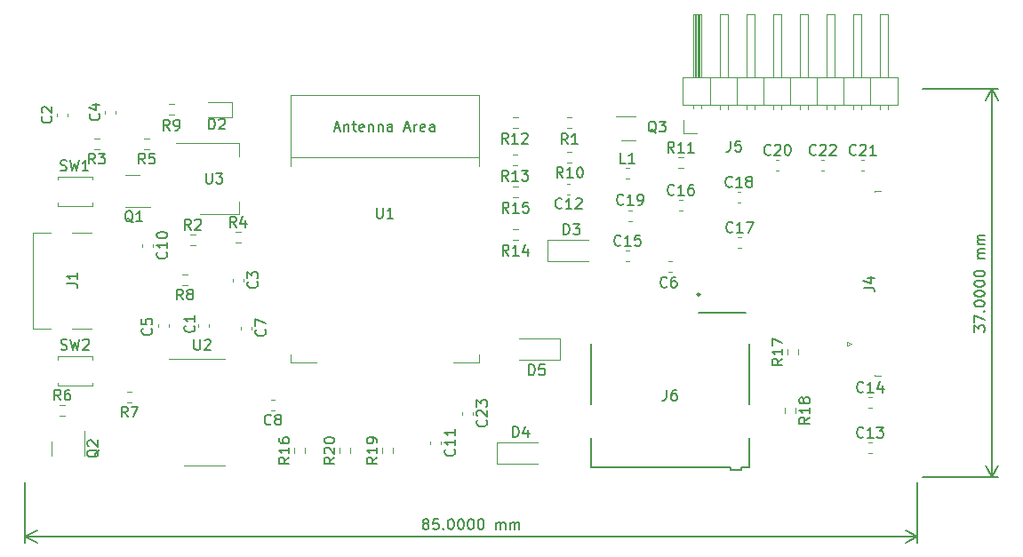
<source format=gbr>
%TF.GenerationSoftware,KiCad,Pcbnew,(6.0.9-0)*%
%TF.CreationDate,2022-12-04T14:46:01+08:00*%
%TF.ProjectId,Epaper-mcu,45706170-6572-42d6-9d63-752e6b696361,rev?*%
%TF.SameCoordinates,Original*%
%TF.FileFunction,Legend,Top*%
%TF.FilePolarity,Positive*%
%FSLAX46Y46*%
G04 Gerber Fmt 4.6, Leading zero omitted, Abs format (unit mm)*
G04 Created by KiCad (PCBNEW (6.0.9-0)) date 2022-12-04 14:46:01*
%MOMM*%
%LPD*%
G01*
G04 APERTURE LIST*
%ADD10C,0.150000*%
%ADD11C,0.120000*%
%ADD12C,0.200000*%
%ADD13C,0.240000*%
G04 APERTURE END LIST*
D10*
X150121428Y-118960952D02*
X150026190Y-118913333D01*
X149978571Y-118865714D01*
X149930952Y-118770476D01*
X149930952Y-118722857D01*
X149978571Y-118627619D01*
X150026190Y-118580000D01*
X150121428Y-118532380D01*
X150311904Y-118532380D01*
X150407142Y-118580000D01*
X150454761Y-118627619D01*
X150502380Y-118722857D01*
X150502380Y-118770476D01*
X150454761Y-118865714D01*
X150407142Y-118913333D01*
X150311904Y-118960952D01*
X150121428Y-118960952D01*
X150026190Y-119008571D01*
X149978571Y-119056190D01*
X149930952Y-119151428D01*
X149930952Y-119341904D01*
X149978571Y-119437142D01*
X150026190Y-119484761D01*
X150121428Y-119532380D01*
X150311904Y-119532380D01*
X150407142Y-119484761D01*
X150454761Y-119437142D01*
X150502380Y-119341904D01*
X150502380Y-119151428D01*
X150454761Y-119056190D01*
X150407142Y-119008571D01*
X150311904Y-118960952D01*
X151407142Y-118532380D02*
X150930952Y-118532380D01*
X150883333Y-119008571D01*
X150930952Y-118960952D01*
X151026190Y-118913333D01*
X151264285Y-118913333D01*
X151359523Y-118960952D01*
X151407142Y-119008571D01*
X151454761Y-119103809D01*
X151454761Y-119341904D01*
X151407142Y-119437142D01*
X151359523Y-119484761D01*
X151264285Y-119532380D01*
X151026190Y-119532380D01*
X150930952Y-119484761D01*
X150883333Y-119437142D01*
X151883333Y-119437142D02*
X151930952Y-119484761D01*
X151883333Y-119532380D01*
X151835714Y-119484761D01*
X151883333Y-119437142D01*
X151883333Y-119532380D01*
X152550000Y-118532380D02*
X152645238Y-118532380D01*
X152740476Y-118580000D01*
X152788095Y-118627619D01*
X152835714Y-118722857D01*
X152883333Y-118913333D01*
X152883333Y-119151428D01*
X152835714Y-119341904D01*
X152788095Y-119437142D01*
X152740476Y-119484761D01*
X152645238Y-119532380D01*
X152550000Y-119532380D01*
X152454761Y-119484761D01*
X152407142Y-119437142D01*
X152359523Y-119341904D01*
X152311904Y-119151428D01*
X152311904Y-118913333D01*
X152359523Y-118722857D01*
X152407142Y-118627619D01*
X152454761Y-118580000D01*
X152550000Y-118532380D01*
X153502380Y-118532380D02*
X153597619Y-118532380D01*
X153692857Y-118580000D01*
X153740476Y-118627619D01*
X153788095Y-118722857D01*
X153835714Y-118913333D01*
X153835714Y-119151428D01*
X153788095Y-119341904D01*
X153740476Y-119437142D01*
X153692857Y-119484761D01*
X153597619Y-119532380D01*
X153502380Y-119532380D01*
X153407142Y-119484761D01*
X153359523Y-119437142D01*
X153311904Y-119341904D01*
X153264285Y-119151428D01*
X153264285Y-118913333D01*
X153311904Y-118722857D01*
X153359523Y-118627619D01*
X153407142Y-118580000D01*
X153502380Y-118532380D01*
X154454761Y-118532380D02*
X154550000Y-118532380D01*
X154645238Y-118580000D01*
X154692857Y-118627619D01*
X154740476Y-118722857D01*
X154788095Y-118913333D01*
X154788095Y-119151428D01*
X154740476Y-119341904D01*
X154692857Y-119437142D01*
X154645238Y-119484761D01*
X154550000Y-119532380D01*
X154454761Y-119532380D01*
X154359523Y-119484761D01*
X154311904Y-119437142D01*
X154264285Y-119341904D01*
X154216666Y-119151428D01*
X154216666Y-118913333D01*
X154264285Y-118722857D01*
X154311904Y-118627619D01*
X154359523Y-118580000D01*
X154454761Y-118532380D01*
X155407142Y-118532380D02*
X155502380Y-118532380D01*
X155597619Y-118580000D01*
X155645238Y-118627619D01*
X155692857Y-118722857D01*
X155740476Y-118913333D01*
X155740476Y-119151428D01*
X155692857Y-119341904D01*
X155645238Y-119437142D01*
X155597619Y-119484761D01*
X155502380Y-119532380D01*
X155407142Y-119532380D01*
X155311904Y-119484761D01*
X155264285Y-119437142D01*
X155216666Y-119341904D01*
X155169047Y-119151428D01*
X155169047Y-118913333D01*
X155216666Y-118722857D01*
X155264285Y-118627619D01*
X155311904Y-118580000D01*
X155407142Y-118532380D01*
X156930952Y-119532380D02*
X156930952Y-118865714D01*
X156930952Y-118960952D02*
X156978571Y-118913333D01*
X157073809Y-118865714D01*
X157216666Y-118865714D01*
X157311904Y-118913333D01*
X157359523Y-119008571D01*
X157359523Y-119532380D01*
X157359523Y-119008571D02*
X157407142Y-118913333D01*
X157502380Y-118865714D01*
X157645238Y-118865714D01*
X157740476Y-118913333D01*
X157788095Y-119008571D01*
X157788095Y-119532380D01*
X158264285Y-119532380D02*
X158264285Y-118865714D01*
X158264285Y-118960952D02*
X158311904Y-118913333D01*
X158407142Y-118865714D01*
X158550000Y-118865714D01*
X158645238Y-118913333D01*
X158692857Y-119008571D01*
X158692857Y-119532380D01*
X158692857Y-119008571D02*
X158740476Y-118913333D01*
X158835714Y-118865714D01*
X158978571Y-118865714D01*
X159073809Y-118913333D01*
X159121428Y-119008571D01*
X159121428Y-119532380D01*
X197050000Y-115050000D02*
X197050000Y-120816420D01*
X112050000Y-115050000D02*
X112050000Y-120816420D01*
X197050000Y-120230000D02*
X112050000Y-120230000D01*
X197050000Y-120230000D02*
X112050000Y-120230000D01*
X197050000Y-120230000D02*
X195923496Y-119643579D01*
X197050000Y-120230000D02*
X195923496Y-120816421D01*
X112050000Y-120230000D02*
X113176504Y-120816421D01*
X112050000Y-120230000D02*
X113176504Y-119643579D01*
X202462380Y-100716666D02*
X202462380Y-100097619D01*
X202843333Y-100430952D01*
X202843333Y-100288095D01*
X202890952Y-100192857D01*
X202938571Y-100145238D01*
X203033809Y-100097619D01*
X203271904Y-100097619D01*
X203367142Y-100145238D01*
X203414761Y-100192857D01*
X203462380Y-100288095D01*
X203462380Y-100573809D01*
X203414761Y-100669047D01*
X203367142Y-100716666D01*
X202462380Y-99764285D02*
X202462380Y-99097619D01*
X203462380Y-99526190D01*
X203367142Y-98716666D02*
X203414761Y-98669047D01*
X203462380Y-98716666D01*
X203414761Y-98764285D01*
X203367142Y-98716666D01*
X203462380Y-98716666D01*
X202462380Y-98050000D02*
X202462380Y-97954761D01*
X202510000Y-97859523D01*
X202557619Y-97811904D01*
X202652857Y-97764285D01*
X202843333Y-97716666D01*
X203081428Y-97716666D01*
X203271904Y-97764285D01*
X203367142Y-97811904D01*
X203414761Y-97859523D01*
X203462380Y-97954761D01*
X203462380Y-98050000D01*
X203414761Y-98145238D01*
X203367142Y-98192857D01*
X203271904Y-98240476D01*
X203081428Y-98288095D01*
X202843333Y-98288095D01*
X202652857Y-98240476D01*
X202557619Y-98192857D01*
X202510000Y-98145238D01*
X202462380Y-98050000D01*
X202462380Y-97097619D02*
X202462380Y-97002380D01*
X202510000Y-96907142D01*
X202557619Y-96859523D01*
X202652857Y-96811904D01*
X202843333Y-96764285D01*
X203081428Y-96764285D01*
X203271904Y-96811904D01*
X203367142Y-96859523D01*
X203414761Y-96907142D01*
X203462380Y-97002380D01*
X203462380Y-97097619D01*
X203414761Y-97192857D01*
X203367142Y-97240476D01*
X203271904Y-97288095D01*
X203081428Y-97335714D01*
X202843333Y-97335714D01*
X202652857Y-97288095D01*
X202557619Y-97240476D01*
X202510000Y-97192857D01*
X202462380Y-97097619D01*
X202462380Y-96145238D02*
X202462380Y-96050000D01*
X202510000Y-95954761D01*
X202557619Y-95907142D01*
X202652857Y-95859523D01*
X202843333Y-95811904D01*
X203081428Y-95811904D01*
X203271904Y-95859523D01*
X203367142Y-95907142D01*
X203414761Y-95954761D01*
X203462380Y-96050000D01*
X203462380Y-96145238D01*
X203414761Y-96240476D01*
X203367142Y-96288095D01*
X203271904Y-96335714D01*
X203081428Y-96383333D01*
X202843333Y-96383333D01*
X202652857Y-96335714D01*
X202557619Y-96288095D01*
X202510000Y-96240476D01*
X202462380Y-96145238D01*
X202462380Y-95192857D02*
X202462380Y-95097619D01*
X202510000Y-95002380D01*
X202557619Y-94954761D01*
X202652857Y-94907142D01*
X202843333Y-94859523D01*
X203081428Y-94859523D01*
X203271904Y-94907142D01*
X203367142Y-94954761D01*
X203414761Y-95002380D01*
X203462380Y-95097619D01*
X203462380Y-95192857D01*
X203414761Y-95288095D01*
X203367142Y-95335714D01*
X203271904Y-95383333D01*
X203081428Y-95430952D01*
X202843333Y-95430952D01*
X202652857Y-95383333D01*
X202557619Y-95335714D01*
X202510000Y-95288095D01*
X202462380Y-95192857D01*
X203462380Y-93669047D02*
X202795714Y-93669047D01*
X202890952Y-93669047D02*
X202843333Y-93621428D01*
X202795714Y-93526190D01*
X202795714Y-93383333D01*
X202843333Y-93288095D01*
X202938571Y-93240476D01*
X203462380Y-93240476D01*
X202938571Y-93240476D02*
X202843333Y-93192857D01*
X202795714Y-93097619D01*
X202795714Y-92954761D01*
X202843333Y-92859523D01*
X202938571Y-92811904D01*
X203462380Y-92811904D01*
X203462380Y-92335714D02*
X202795714Y-92335714D01*
X202890952Y-92335714D02*
X202843333Y-92288095D01*
X202795714Y-92192857D01*
X202795714Y-92050000D01*
X202843333Y-91954761D01*
X202938571Y-91907142D01*
X203462380Y-91907142D01*
X202938571Y-91907142D02*
X202843333Y-91859523D01*
X202795714Y-91764285D01*
X202795714Y-91621428D01*
X202843333Y-91526190D01*
X202938571Y-91478571D01*
X203462380Y-91478571D01*
X197550000Y-77550000D02*
X204746420Y-77550000D01*
X197550000Y-114550000D02*
X204746420Y-114550000D01*
X204160000Y-77550000D02*
X204160000Y-114550000D01*
X204160000Y-77550000D02*
X204160000Y-114550000D01*
X204160000Y-77550000D02*
X203573579Y-78676504D01*
X204160000Y-77550000D02*
X204746421Y-78676504D01*
X204160000Y-114550000D02*
X204746421Y-113423496D01*
X204160000Y-114550000D02*
X203573579Y-113423496D01*
%TO.C,R14*%
X158107142Y-93416380D02*
X157773809Y-92940190D01*
X157535714Y-93416380D02*
X157535714Y-92416380D01*
X157916666Y-92416380D01*
X158011904Y-92464000D01*
X158059523Y-92511619D01*
X158107142Y-92606857D01*
X158107142Y-92749714D01*
X158059523Y-92844952D01*
X158011904Y-92892571D01*
X157916666Y-92940190D01*
X157535714Y-92940190D01*
X159059523Y-93416380D02*
X158488095Y-93416380D01*
X158773809Y-93416380D02*
X158773809Y-92416380D01*
X158678571Y-92559238D01*
X158583333Y-92654476D01*
X158488095Y-92702095D01*
X159916666Y-92749714D02*
X159916666Y-93416380D01*
X159678571Y-92368761D02*
X159440476Y-93083047D01*
X160059523Y-93083047D01*
%TO.C,C10*%
X125485142Y-93098857D02*
X125532761Y-93146476D01*
X125580380Y-93289333D01*
X125580380Y-93384571D01*
X125532761Y-93527428D01*
X125437523Y-93622666D01*
X125342285Y-93670285D01*
X125151809Y-93717904D01*
X125008952Y-93717904D01*
X124818476Y-93670285D01*
X124723238Y-93622666D01*
X124628000Y-93527428D01*
X124580380Y-93384571D01*
X124580380Y-93289333D01*
X124628000Y-93146476D01*
X124675619Y-93098857D01*
X125580380Y-92146476D02*
X125580380Y-92717904D01*
X125580380Y-92432190D02*
X124580380Y-92432190D01*
X124723238Y-92527428D01*
X124818476Y-92622666D01*
X124866095Y-92717904D01*
X124580380Y-91527428D02*
X124580380Y-91432190D01*
X124628000Y-91336952D01*
X124675619Y-91289333D01*
X124770857Y-91241714D01*
X124961333Y-91194095D01*
X125199428Y-91194095D01*
X125389904Y-91241714D01*
X125485142Y-91289333D01*
X125532761Y-91336952D01*
X125580380Y-91432190D01*
X125580380Y-91527428D01*
X125532761Y-91622666D01*
X125485142Y-91670285D01*
X125389904Y-91717904D01*
X125199428Y-91765523D01*
X124961333Y-91765523D01*
X124770857Y-91717904D01*
X124675619Y-91670285D01*
X124628000Y-91622666D01*
X124580380Y-91527428D01*
%TO.C,R18*%
X186794380Y-108846857D02*
X186318190Y-109180190D01*
X186794380Y-109418285D02*
X185794380Y-109418285D01*
X185794380Y-109037333D01*
X185842000Y-108942095D01*
X185889619Y-108894476D01*
X185984857Y-108846857D01*
X186127714Y-108846857D01*
X186222952Y-108894476D01*
X186270571Y-108942095D01*
X186318190Y-109037333D01*
X186318190Y-109418285D01*
X186794380Y-107894476D02*
X186794380Y-108465904D01*
X186794380Y-108180190D02*
X185794380Y-108180190D01*
X185937238Y-108275428D01*
X186032476Y-108370666D01*
X186080095Y-108465904D01*
X186222952Y-107323047D02*
X186175333Y-107418285D01*
X186127714Y-107465904D01*
X186032476Y-107513523D01*
X185984857Y-107513523D01*
X185889619Y-107465904D01*
X185842000Y-107418285D01*
X185794380Y-107323047D01*
X185794380Y-107132571D01*
X185842000Y-107037333D01*
X185889619Y-106989714D01*
X185984857Y-106942095D01*
X186032476Y-106942095D01*
X186127714Y-106989714D01*
X186175333Y-107037333D01*
X186222952Y-107132571D01*
X186222952Y-107323047D01*
X186270571Y-107418285D01*
X186318190Y-107465904D01*
X186413428Y-107513523D01*
X186603904Y-107513523D01*
X186699142Y-107465904D01*
X186746761Y-107418285D01*
X186794380Y-107323047D01*
X186794380Y-107132571D01*
X186746761Y-107037333D01*
X186699142Y-106989714D01*
X186603904Y-106942095D01*
X186413428Y-106942095D01*
X186318190Y-106989714D01*
X186270571Y-107037333D01*
X186222952Y-107132571D01*
%TO.C,C1*%
X128119142Y-100102086D02*
X128166761Y-100149705D01*
X128214380Y-100292562D01*
X128214380Y-100387800D01*
X128166761Y-100530658D01*
X128071523Y-100625896D01*
X127976285Y-100673515D01*
X127785809Y-100721134D01*
X127642952Y-100721134D01*
X127452476Y-100673515D01*
X127357238Y-100625896D01*
X127262000Y-100530658D01*
X127214380Y-100387800D01*
X127214380Y-100292562D01*
X127262000Y-100149705D01*
X127309619Y-100102086D01*
X128214380Y-99149705D02*
X128214380Y-99721134D01*
X128214380Y-99435420D02*
X127214380Y-99435420D01*
X127357238Y-99530658D01*
X127452476Y-99625896D01*
X127500095Y-99721134D01*
%TO.C,R15*%
X158117142Y-89352380D02*
X157783809Y-88876190D01*
X157545714Y-89352380D02*
X157545714Y-88352380D01*
X157926666Y-88352380D01*
X158021904Y-88400000D01*
X158069523Y-88447619D01*
X158117142Y-88542857D01*
X158117142Y-88685714D01*
X158069523Y-88780952D01*
X158021904Y-88828571D01*
X157926666Y-88876190D01*
X157545714Y-88876190D01*
X159069523Y-89352380D02*
X158498095Y-89352380D01*
X158783809Y-89352380D02*
X158783809Y-88352380D01*
X158688571Y-88495238D01*
X158593333Y-88590476D01*
X158498095Y-88638095D01*
X159974285Y-88352380D02*
X159498095Y-88352380D01*
X159450476Y-88828571D01*
X159498095Y-88780952D01*
X159593333Y-88733333D01*
X159831428Y-88733333D01*
X159926666Y-88780952D01*
X159974285Y-88828571D01*
X160021904Y-88923809D01*
X160021904Y-89161904D01*
X159974285Y-89257142D01*
X159926666Y-89304761D01*
X159831428Y-89352380D01*
X159593333Y-89352380D01*
X159498095Y-89304761D01*
X159450476Y-89257142D01*
%TO.C,C20*%
X183062142Y-83763142D02*
X183014523Y-83810761D01*
X182871666Y-83858380D01*
X182776428Y-83858380D01*
X182633571Y-83810761D01*
X182538333Y-83715523D01*
X182490714Y-83620285D01*
X182443095Y-83429809D01*
X182443095Y-83286952D01*
X182490714Y-83096476D01*
X182538333Y-83001238D01*
X182633571Y-82906000D01*
X182776428Y-82858380D01*
X182871666Y-82858380D01*
X183014523Y-82906000D01*
X183062142Y-82953619D01*
X183443095Y-82953619D02*
X183490714Y-82906000D01*
X183585952Y-82858380D01*
X183824047Y-82858380D01*
X183919285Y-82906000D01*
X183966904Y-82953619D01*
X184014523Y-83048857D01*
X184014523Y-83144095D01*
X183966904Y-83286952D01*
X183395476Y-83858380D01*
X184014523Y-83858380D01*
X184633571Y-82858380D02*
X184728809Y-82858380D01*
X184824047Y-82906000D01*
X184871666Y-82953619D01*
X184919285Y-83048857D01*
X184966904Y-83239333D01*
X184966904Y-83477428D01*
X184919285Y-83667904D01*
X184871666Y-83763142D01*
X184824047Y-83810761D01*
X184728809Y-83858380D01*
X184633571Y-83858380D01*
X184538333Y-83810761D01*
X184490714Y-83763142D01*
X184443095Y-83667904D01*
X184395476Y-83477428D01*
X184395476Y-83239333D01*
X184443095Y-83048857D01*
X184490714Y-82953619D01*
X184538333Y-82906000D01*
X184633571Y-82858380D01*
%TO.C,C11*%
X152917142Y-111894857D02*
X152964761Y-111942476D01*
X153012380Y-112085333D01*
X153012380Y-112180571D01*
X152964761Y-112323428D01*
X152869523Y-112418666D01*
X152774285Y-112466285D01*
X152583809Y-112513904D01*
X152440952Y-112513904D01*
X152250476Y-112466285D01*
X152155238Y-112418666D01*
X152060000Y-112323428D01*
X152012380Y-112180571D01*
X152012380Y-112085333D01*
X152060000Y-111942476D01*
X152107619Y-111894857D01*
X153012380Y-110942476D02*
X153012380Y-111513904D01*
X153012380Y-111228190D02*
X152012380Y-111228190D01*
X152155238Y-111323428D01*
X152250476Y-111418666D01*
X152298095Y-111513904D01*
X153012380Y-109990095D02*
X153012380Y-110561523D01*
X153012380Y-110275809D02*
X152012380Y-110275809D01*
X152155238Y-110371047D01*
X152250476Y-110466285D01*
X152298095Y-110561523D01*
%TO.C,C3*%
X134121142Y-95924666D02*
X134168761Y-95972285D01*
X134216380Y-96115142D01*
X134216380Y-96210380D01*
X134168761Y-96353238D01*
X134073523Y-96448476D01*
X133978285Y-96496095D01*
X133787809Y-96543714D01*
X133644952Y-96543714D01*
X133454476Y-96496095D01*
X133359238Y-96448476D01*
X133264000Y-96353238D01*
X133216380Y-96210380D01*
X133216380Y-96115142D01*
X133264000Y-95972285D01*
X133311619Y-95924666D01*
X133216380Y-95591333D02*
X133216380Y-94972285D01*
X133597333Y-95305619D01*
X133597333Y-95162761D01*
X133644952Y-95067523D01*
X133692571Y-95019904D01*
X133787809Y-94972285D01*
X134025904Y-94972285D01*
X134121142Y-95019904D01*
X134168761Y-95067523D01*
X134216380Y-95162761D01*
X134216380Y-95448476D01*
X134168761Y-95543714D01*
X134121142Y-95591333D01*
%TO.C,C19*%
X169029142Y-88495142D02*
X168981523Y-88542761D01*
X168838666Y-88590380D01*
X168743428Y-88590380D01*
X168600571Y-88542761D01*
X168505333Y-88447523D01*
X168457714Y-88352285D01*
X168410095Y-88161809D01*
X168410095Y-88018952D01*
X168457714Y-87828476D01*
X168505333Y-87733238D01*
X168600571Y-87638000D01*
X168743428Y-87590380D01*
X168838666Y-87590380D01*
X168981523Y-87638000D01*
X169029142Y-87685619D01*
X169981523Y-88590380D02*
X169410095Y-88590380D01*
X169695809Y-88590380D02*
X169695809Y-87590380D01*
X169600571Y-87733238D01*
X169505333Y-87828476D01*
X169410095Y-87876095D01*
X170457714Y-88590380D02*
X170648190Y-88590380D01*
X170743428Y-88542761D01*
X170791047Y-88495142D01*
X170886285Y-88352285D01*
X170933904Y-88161809D01*
X170933904Y-87780857D01*
X170886285Y-87685619D01*
X170838666Y-87638000D01*
X170743428Y-87590380D01*
X170552952Y-87590380D01*
X170457714Y-87638000D01*
X170410095Y-87685619D01*
X170362476Y-87780857D01*
X170362476Y-88018952D01*
X170410095Y-88114190D01*
X170457714Y-88161809D01*
X170552952Y-88209428D01*
X170743428Y-88209428D01*
X170838666Y-88161809D01*
X170886285Y-88114190D01*
X170933904Y-88018952D01*
%TO.C,R20*%
X141516380Y-112656857D02*
X141040190Y-112990190D01*
X141516380Y-113228285D02*
X140516380Y-113228285D01*
X140516380Y-112847333D01*
X140564000Y-112752095D01*
X140611619Y-112704476D01*
X140706857Y-112656857D01*
X140849714Y-112656857D01*
X140944952Y-112704476D01*
X140992571Y-112752095D01*
X141040190Y-112847333D01*
X141040190Y-113228285D01*
X140611619Y-112275904D02*
X140564000Y-112228285D01*
X140516380Y-112133047D01*
X140516380Y-111894952D01*
X140564000Y-111799714D01*
X140611619Y-111752095D01*
X140706857Y-111704476D01*
X140802095Y-111704476D01*
X140944952Y-111752095D01*
X141516380Y-112323523D01*
X141516380Y-111704476D01*
X140516380Y-111085428D02*
X140516380Y-110990190D01*
X140564000Y-110894952D01*
X140611619Y-110847333D01*
X140706857Y-110799714D01*
X140897333Y-110752095D01*
X141135428Y-110752095D01*
X141325904Y-110799714D01*
X141421142Y-110847333D01*
X141468761Y-110894952D01*
X141516380Y-110990190D01*
X141516380Y-111085428D01*
X141468761Y-111180666D01*
X141421142Y-111228285D01*
X141325904Y-111275904D01*
X141135428Y-111323523D01*
X140897333Y-111323523D01*
X140706857Y-111275904D01*
X140611619Y-111228285D01*
X140564000Y-111180666D01*
X140516380Y-111085428D01*
%TO.C,C4*%
X119069142Y-79922666D02*
X119116761Y-79970285D01*
X119164380Y-80113142D01*
X119164380Y-80208380D01*
X119116761Y-80351238D01*
X119021523Y-80446476D01*
X118926285Y-80494095D01*
X118735809Y-80541714D01*
X118592952Y-80541714D01*
X118402476Y-80494095D01*
X118307238Y-80446476D01*
X118212000Y-80351238D01*
X118164380Y-80208380D01*
X118164380Y-80113142D01*
X118212000Y-79970285D01*
X118259619Y-79922666D01*
X118497714Y-79065523D02*
X119164380Y-79065523D01*
X118116761Y-79303619D02*
X118831047Y-79541714D01*
X118831047Y-78922666D01*
%TO.C,J6*%
X173148666Y-106234880D02*
X173148666Y-106949166D01*
X173101047Y-107092023D01*
X173005809Y-107187261D01*
X172862952Y-107234880D01*
X172767714Y-107234880D01*
X174053428Y-106234880D02*
X173862952Y-106234880D01*
X173767714Y-106282500D01*
X173720095Y-106330119D01*
X173624857Y-106472976D01*
X173577238Y-106663452D01*
X173577238Y-107044404D01*
X173624857Y-107139642D01*
X173672476Y-107187261D01*
X173767714Y-107234880D01*
X173958190Y-107234880D01*
X174053428Y-107187261D01*
X174101047Y-107139642D01*
X174148666Y-107044404D01*
X174148666Y-106806309D01*
X174101047Y-106711071D01*
X174053428Y-106663452D01*
X173958190Y-106615833D01*
X173767714Y-106615833D01*
X173672476Y-106663452D01*
X173624857Y-106711071D01*
X173577238Y-106806309D01*
%TO.C,C12*%
X163174142Y-88869142D02*
X163126523Y-88916761D01*
X162983666Y-88964380D01*
X162888428Y-88964380D01*
X162745571Y-88916761D01*
X162650333Y-88821523D01*
X162602714Y-88726285D01*
X162555095Y-88535809D01*
X162555095Y-88392952D01*
X162602714Y-88202476D01*
X162650333Y-88107238D01*
X162745571Y-88012000D01*
X162888428Y-87964380D01*
X162983666Y-87964380D01*
X163126523Y-88012000D01*
X163174142Y-88059619D01*
X164126523Y-88964380D02*
X163555095Y-88964380D01*
X163840809Y-88964380D02*
X163840809Y-87964380D01*
X163745571Y-88107238D01*
X163650333Y-88202476D01*
X163555095Y-88250095D01*
X164507476Y-88059619D02*
X164555095Y-88012000D01*
X164650333Y-87964380D01*
X164888428Y-87964380D01*
X164983666Y-88012000D01*
X165031285Y-88059619D01*
X165078904Y-88154857D01*
X165078904Y-88250095D01*
X165031285Y-88392952D01*
X164459857Y-88964380D01*
X165078904Y-88964380D01*
%TO.C,R16*%
X137198380Y-112656857D02*
X136722190Y-112990190D01*
X137198380Y-113228285D02*
X136198380Y-113228285D01*
X136198380Y-112847333D01*
X136246000Y-112752095D01*
X136293619Y-112704476D01*
X136388857Y-112656857D01*
X136531714Y-112656857D01*
X136626952Y-112704476D01*
X136674571Y-112752095D01*
X136722190Y-112847333D01*
X136722190Y-113228285D01*
X137198380Y-111704476D02*
X137198380Y-112275904D01*
X137198380Y-111990190D02*
X136198380Y-111990190D01*
X136341238Y-112085428D01*
X136436476Y-112180666D01*
X136484095Y-112275904D01*
X136198380Y-110847333D02*
X136198380Y-111037809D01*
X136246000Y-111133047D01*
X136293619Y-111180666D01*
X136436476Y-111275904D01*
X136626952Y-111323523D01*
X137007904Y-111323523D01*
X137103142Y-111275904D01*
X137150761Y-111228285D01*
X137198380Y-111133047D01*
X137198380Y-110942571D01*
X137150761Y-110847333D01*
X137103142Y-110799714D01*
X137007904Y-110752095D01*
X136769809Y-110752095D01*
X136674571Y-110799714D01*
X136626952Y-110847333D01*
X136579333Y-110942571D01*
X136579333Y-111133047D01*
X136626952Y-111228285D01*
X136674571Y-111275904D01*
X136769809Y-111323523D01*
%TO.C,J1*%
X116038380Y-96091333D02*
X116752666Y-96091333D01*
X116895523Y-96138952D01*
X116990761Y-96234190D01*
X117038380Y-96377047D01*
X117038380Y-96472285D01*
X117038380Y-95091333D02*
X117038380Y-95662761D01*
X117038380Y-95377047D02*
X116038380Y-95377047D01*
X116181238Y-95472285D01*
X116276476Y-95567523D01*
X116324095Y-95662761D01*
%TO.C,C22*%
X187380142Y-83763142D02*
X187332523Y-83810761D01*
X187189666Y-83858380D01*
X187094428Y-83858380D01*
X186951571Y-83810761D01*
X186856333Y-83715523D01*
X186808714Y-83620285D01*
X186761095Y-83429809D01*
X186761095Y-83286952D01*
X186808714Y-83096476D01*
X186856333Y-83001238D01*
X186951571Y-82906000D01*
X187094428Y-82858380D01*
X187189666Y-82858380D01*
X187332523Y-82906000D01*
X187380142Y-82953619D01*
X187761095Y-82953619D02*
X187808714Y-82906000D01*
X187903952Y-82858380D01*
X188142047Y-82858380D01*
X188237285Y-82906000D01*
X188284904Y-82953619D01*
X188332523Y-83048857D01*
X188332523Y-83144095D01*
X188284904Y-83286952D01*
X187713476Y-83858380D01*
X188332523Y-83858380D01*
X188713476Y-82953619D02*
X188761095Y-82906000D01*
X188856333Y-82858380D01*
X189094428Y-82858380D01*
X189189666Y-82906000D01*
X189237285Y-82953619D01*
X189284904Y-83048857D01*
X189284904Y-83144095D01*
X189237285Y-83286952D01*
X188665857Y-83858380D01*
X189284904Y-83858380D01*
%TO.C,SW2*%
X115466666Y-102354761D02*
X115609523Y-102402380D01*
X115847619Y-102402380D01*
X115942857Y-102354761D01*
X115990476Y-102307142D01*
X116038095Y-102211904D01*
X116038095Y-102116666D01*
X115990476Y-102021428D01*
X115942857Y-101973809D01*
X115847619Y-101926190D01*
X115657142Y-101878571D01*
X115561904Y-101830952D01*
X115514285Y-101783333D01*
X115466666Y-101688095D01*
X115466666Y-101592857D01*
X115514285Y-101497619D01*
X115561904Y-101450000D01*
X115657142Y-101402380D01*
X115895238Y-101402380D01*
X116038095Y-101450000D01*
X116371428Y-101402380D02*
X116609523Y-102402380D01*
X116800000Y-101688095D01*
X116990476Y-102402380D01*
X117228571Y-101402380D01*
X117561904Y-101497619D02*
X117609523Y-101450000D01*
X117704761Y-101402380D01*
X117942857Y-101402380D01*
X118038095Y-101450000D01*
X118085714Y-101497619D01*
X118133333Y-101592857D01*
X118133333Y-101688095D01*
X118085714Y-101830952D01*
X117514285Y-102402380D01*
X118133333Y-102402380D01*
%TO.C,C5*%
X124055142Y-100383246D02*
X124102761Y-100430865D01*
X124150380Y-100573722D01*
X124150380Y-100668960D01*
X124102761Y-100811818D01*
X124007523Y-100907056D01*
X123912285Y-100954675D01*
X123721809Y-101002294D01*
X123578952Y-101002294D01*
X123388476Y-100954675D01*
X123293238Y-100907056D01*
X123198000Y-100811818D01*
X123150380Y-100668960D01*
X123150380Y-100573722D01*
X123198000Y-100430865D01*
X123245619Y-100383246D01*
X123150380Y-99478484D02*
X123150380Y-99954675D01*
X123626571Y-100002294D01*
X123578952Y-99954675D01*
X123531333Y-99859437D01*
X123531333Y-99621341D01*
X123578952Y-99526103D01*
X123626571Y-99478484D01*
X123721809Y-99430865D01*
X123959904Y-99430865D01*
X124055142Y-99478484D01*
X124102761Y-99526103D01*
X124150380Y-99621341D01*
X124150380Y-99859437D01*
X124102761Y-99954675D01*
X124055142Y-100002294D01*
%TO.C,Q1*%
X122314761Y-90267619D02*
X122219523Y-90220000D01*
X122124285Y-90124761D01*
X121981428Y-89981904D01*
X121886190Y-89934285D01*
X121790952Y-89934285D01*
X121838571Y-90172380D02*
X121743333Y-90124761D01*
X121648095Y-90029523D01*
X121600476Y-89839047D01*
X121600476Y-89505714D01*
X121648095Y-89315238D01*
X121743333Y-89220000D01*
X121838571Y-89172380D01*
X122029047Y-89172380D01*
X122124285Y-89220000D01*
X122219523Y-89315238D01*
X122267142Y-89505714D01*
X122267142Y-89839047D01*
X122219523Y-90029523D01*
X122124285Y-90124761D01*
X122029047Y-90172380D01*
X121838571Y-90172380D01*
X123219523Y-90172380D02*
X122648095Y-90172380D01*
X122933809Y-90172380D02*
X122933809Y-89172380D01*
X122838571Y-89315238D01*
X122743333Y-89410476D01*
X122648095Y-89458095D01*
%TO.C,C2*%
X114497142Y-80176666D02*
X114544761Y-80224285D01*
X114592380Y-80367142D01*
X114592380Y-80462380D01*
X114544761Y-80605238D01*
X114449523Y-80700476D01*
X114354285Y-80748095D01*
X114163809Y-80795714D01*
X114020952Y-80795714D01*
X113830476Y-80748095D01*
X113735238Y-80700476D01*
X113640000Y-80605238D01*
X113592380Y-80462380D01*
X113592380Y-80367142D01*
X113640000Y-80224285D01*
X113687619Y-80176666D01*
X113687619Y-79795714D02*
X113640000Y-79748095D01*
X113592380Y-79652857D01*
X113592380Y-79414761D01*
X113640000Y-79319523D01*
X113687619Y-79271904D01*
X113782857Y-79224285D01*
X113878095Y-79224285D01*
X114020952Y-79271904D01*
X114592380Y-79843333D01*
X114592380Y-79224285D01*
%TO.C,C8*%
X135469333Y-109483142D02*
X135421714Y-109530761D01*
X135278857Y-109578380D01*
X135183619Y-109578380D01*
X135040761Y-109530761D01*
X134945523Y-109435523D01*
X134897904Y-109340285D01*
X134850285Y-109149809D01*
X134850285Y-109006952D01*
X134897904Y-108816476D01*
X134945523Y-108721238D01*
X135040761Y-108626000D01*
X135183619Y-108578380D01*
X135278857Y-108578380D01*
X135421714Y-108626000D01*
X135469333Y-108673619D01*
X136040761Y-109006952D02*
X135945523Y-108959333D01*
X135897904Y-108911714D01*
X135850285Y-108816476D01*
X135850285Y-108768857D01*
X135897904Y-108673619D01*
X135945523Y-108626000D01*
X136040761Y-108578380D01*
X136231238Y-108578380D01*
X136326476Y-108626000D01*
X136374095Y-108673619D01*
X136421714Y-108768857D01*
X136421714Y-108816476D01*
X136374095Y-108911714D01*
X136326476Y-108959333D01*
X136231238Y-109006952D01*
X136040761Y-109006952D01*
X135945523Y-109054571D01*
X135897904Y-109102190D01*
X135850285Y-109197428D01*
X135850285Y-109387904D01*
X135897904Y-109483142D01*
X135945523Y-109530761D01*
X136040761Y-109578380D01*
X136231238Y-109578380D01*
X136326476Y-109530761D01*
X136374095Y-109483142D01*
X136421714Y-109387904D01*
X136421714Y-109197428D01*
X136374095Y-109102190D01*
X136326476Y-109054571D01*
X136231238Y-109006952D01*
%TO.C,R4*%
X132167333Y-90716380D02*
X131834000Y-90240190D01*
X131595904Y-90716380D02*
X131595904Y-89716380D01*
X131976857Y-89716380D01*
X132072095Y-89764000D01*
X132119714Y-89811619D01*
X132167333Y-89906857D01*
X132167333Y-90049714D01*
X132119714Y-90144952D01*
X132072095Y-90192571D01*
X131976857Y-90240190D01*
X131595904Y-90240190D01*
X133024476Y-90049714D02*
X133024476Y-90716380D01*
X132786380Y-89668761D02*
X132548285Y-90383047D01*
X133167333Y-90383047D01*
%TO.C,C15*%
X168775142Y-92399142D02*
X168727523Y-92446761D01*
X168584666Y-92494380D01*
X168489428Y-92494380D01*
X168346571Y-92446761D01*
X168251333Y-92351523D01*
X168203714Y-92256285D01*
X168156095Y-92065809D01*
X168156095Y-91922952D01*
X168203714Y-91732476D01*
X168251333Y-91637238D01*
X168346571Y-91542000D01*
X168489428Y-91494380D01*
X168584666Y-91494380D01*
X168727523Y-91542000D01*
X168775142Y-91589619D01*
X169727523Y-92494380D02*
X169156095Y-92494380D01*
X169441809Y-92494380D02*
X169441809Y-91494380D01*
X169346571Y-91637238D01*
X169251333Y-91732476D01*
X169156095Y-91780095D01*
X170632285Y-91494380D02*
X170156095Y-91494380D01*
X170108476Y-91970571D01*
X170156095Y-91922952D01*
X170251333Y-91875333D01*
X170489428Y-91875333D01*
X170584666Y-91922952D01*
X170632285Y-91970571D01*
X170679904Y-92065809D01*
X170679904Y-92303904D01*
X170632285Y-92399142D01*
X170584666Y-92446761D01*
X170489428Y-92494380D01*
X170251333Y-92494380D01*
X170156095Y-92446761D01*
X170108476Y-92399142D01*
%TO.C,R3*%
X118705333Y-84686380D02*
X118372000Y-84210190D01*
X118133904Y-84686380D02*
X118133904Y-83686380D01*
X118514857Y-83686380D01*
X118610095Y-83734000D01*
X118657714Y-83781619D01*
X118705333Y-83876857D01*
X118705333Y-84019714D01*
X118657714Y-84114952D01*
X118610095Y-84162571D01*
X118514857Y-84210190D01*
X118133904Y-84210190D01*
X119038666Y-83686380D02*
X119657714Y-83686380D01*
X119324380Y-84067333D01*
X119467238Y-84067333D01*
X119562476Y-84114952D01*
X119610095Y-84162571D01*
X119657714Y-84257809D01*
X119657714Y-84495904D01*
X119610095Y-84591142D01*
X119562476Y-84638761D01*
X119467238Y-84686380D01*
X119181523Y-84686380D01*
X119086285Y-84638761D01*
X119038666Y-84591142D01*
%TO.C,U2*%
X128144095Y-101414380D02*
X128144095Y-102223904D01*
X128191714Y-102319142D01*
X128239333Y-102366761D01*
X128334571Y-102414380D01*
X128525047Y-102414380D01*
X128620285Y-102366761D01*
X128667904Y-102319142D01*
X128715523Y-102223904D01*
X128715523Y-101414380D01*
X129144095Y-101509619D02*
X129191714Y-101462000D01*
X129286952Y-101414380D01*
X129525047Y-101414380D01*
X129620285Y-101462000D01*
X129667904Y-101509619D01*
X129715523Y-101604857D01*
X129715523Y-101700095D01*
X129667904Y-101842952D01*
X129096476Y-102414380D01*
X129715523Y-102414380D01*
%TO.C,Q3*%
X172164761Y-81731619D02*
X172069523Y-81684000D01*
X171974285Y-81588761D01*
X171831428Y-81445904D01*
X171736190Y-81398285D01*
X171640952Y-81398285D01*
X171688571Y-81636380D02*
X171593333Y-81588761D01*
X171498095Y-81493523D01*
X171450476Y-81303047D01*
X171450476Y-80969714D01*
X171498095Y-80779238D01*
X171593333Y-80684000D01*
X171688571Y-80636380D01*
X171879047Y-80636380D01*
X171974285Y-80684000D01*
X172069523Y-80779238D01*
X172117142Y-80969714D01*
X172117142Y-81303047D01*
X172069523Y-81493523D01*
X171974285Y-81588761D01*
X171879047Y-81636380D01*
X171688571Y-81636380D01*
X172450476Y-80636380D02*
X173069523Y-80636380D01*
X172736190Y-81017333D01*
X172879047Y-81017333D01*
X172974285Y-81064952D01*
X173021904Y-81112571D01*
X173069523Y-81207809D01*
X173069523Y-81445904D01*
X173021904Y-81541142D01*
X172974285Y-81588761D01*
X172879047Y-81636380D01*
X172593333Y-81636380D01*
X172498095Y-81588761D01*
X172450476Y-81541142D01*
%TO.C,U3*%
X129286095Y-85558380D02*
X129286095Y-86367904D01*
X129333714Y-86463142D01*
X129381333Y-86510761D01*
X129476571Y-86558380D01*
X129667047Y-86558380D01*
X129762285Y-86510761D01*
X129809904Y-86463142D01*
X129857523Y-86367904D01*
X129857523Y-85558380D01*
X130238476Y-85558380D02*
X130857523Y-85558380D01*
X130524190Y-85939333D01*
X130667047Y-85939333D01*
X130762285Y-85986952D01*
X130809904Y-86034571D01*
X130857523Y-86129809D01*
X130857523Y-86367904D01*
X130809904Y-86463142D01*
X130762285Y-86510761D01*
X130667047Y-86558380D01*
X130381333Y-86558380D01*
X130286095Y-86510761D01*
X130238476Y-86463142D01*
%TO.C,D2*%
X129563904Y-81384380D02*
X129563904Y-80384380D01*
X129802000Y-80384380D01*
X129944857Y-80432000D01*
X130040095Y-80527238D01*
X130087714Y-80622476D01*
X130135333Y-80812952D01*
X130135333Y-80955809D01*
X130087714Y-81146285D01*
X130040095Y-81241523D01*
X129944857Y-81336761D01*
X129802000Y-81384380D01*
X129563904Y-81384380D01*
X130516285Y-80479619D02*
X130563904Y-80432000D01*
X130659142Y-80384380D01*
X130897238Y-80384380D01*
X130992476Y-80432000D01*
X131040095Y-80479619D01*
X131087714Y-80574857D01*
X131087714Y-80670095D01*
X131040095Y-80812952D01*
X130468666Y-81384380D01*
X131087714Y-81384380D01*
%TO.C,D3*%
X163345904Y-91416380D02*
X163345904Y-90416380D01*
X163584000Y-90416380D01*
X163726857Y-90464000D01*
X163822095Y-90559238D01*
X163869714Y-90654476D01*
X163917333Y-90844952D01*
X163917333Y-90987809D01*
X163869714Y-91178285D01*
X163822095Y-91273523D01*
X163726857Y-91368761D01*
X163584000Y-91416380D01*
X163345904Y-91416380D01*
X164250666Y-90416380D02*
X164869714Y-90416380D01*
X164536380Y-90797333D01*
X164679238Y-90797333D01*
X164774476Y-90844952D01*
X164822095Y-90892571D01*
X164869714Y-90987809D01*
X164869714Y-91225904D01*
X164822095Y-91321142D01*
X164774476Y-91368761D01*
X164679238Y-91416380D01*
X164393523Y-91416380D01*
X164298285Y-91368761D01*
X164250666Y-91321142D01*
%TO.C,C14*%
X191902142Y-106369142D02*
X191854523Y-106416761D01*
X191711666Y-106464380D01*
X191616428Y-106464380D01*
X191473571Y-106416761D01*
X191378333Y-106321523D01*
X191330714Y-106226285D01*
X191283095Y-106035809D01*
X191283095Y-105892952D01*
X191330714Y-105702476D01*
X191378333Y-105607238D01*
X191473571Y-105512000D01*
X191616428Y-105464380D01*
X191711666Y-105464380D01*
X191854523Y-105512000D01*
X191902142Y-105559619D01*
X192854523Y-106464380D02*
X192283095Y-106464380D01*
X192568809Y-106464380D02*
X192568809Y-105464380D01*
X192473571Y-105607238D01*
X192378333Y-105702476D01*
X192283095Y-105750095D01*
X193711666Y-105797714D02*
X193711666Y-106464380D01*
X193473571Y-105416761D02*
X193235476Y-106131047D01*
X193854523Y-106131047D01*
%TO.C,R2*%
X127849333Y-90970380D02*
X127516000Y-90494190D01*
X127277904Y-90970380D02*
X127277904Y-89970380D01*
X127658857Y-89970380D01*
X127754095Y-90018000D01*
X127801714Y-90065619D01*
X127849333Y-90160857D01*
X127849333Y-90303714D01*
X127801714Y-90398952D01*
X127754095Y-90446571D01*
X127658857Y-90494190D01*
X127277904Y-90494190D01*
X128230285Y-90065619D02*
X128277904Y-90018000D01*
X128373142Y-89970380D01*
X128611238Y-89970380D01*
X128706476Y-90018000D01*
X128754095Y-90065619D01*
X128801714Y-90160857D01*
X128801714Y-90256095D01*
X128754095Y-90398952D01*
X128182666Y-90970380D01*
X128801714Y-90970380D01*
%TO.C,R10*%
X163277142Y-85996380D02*
X162943809Y-85520190D01*
X162705714Y-85996380D02*
X162705714Y-84996380D01*
X163086666Y-84996380D01*
X163181904Y-85044000D01*
X163229523Y-85091619D01*
X163277142Y-85186857D01*
X163277142Y-85329714D01*
X163229523Y-85424952D01*
X163181904Y-85472571D01*
X163086666Y-85520190D01*
X162705714Y-85520190D01*
X164229523Y-85996380D02*
X163658095Y-85996380D01*
X163943809Y-85996380D02*
X163943809Y-84996380D01*
X163848571Y-85139238D01*
X163753333Y-85234476D01*
X163658095Y-85282095D01*
X164848571Y-84996380D02*
X164943809Y-84996380D01*
X165039047Y-85044000D01*
X165086666Y-85091619D01*
X165134285Y-85186857D01*
X165181904Y-85377333D01*
X165181904Y-85615428D01*
X165134285Y-85805904D01*
X165086666Y-85901142D01*
X165039047Y-85948761D01*
X164943809Y-85996380D01*
X164848571Y-85996380D01*
X164753333Y-85948761D01*
X164705714Y-85901142D01*
X164658095Y-85805904D01*
X164610476Y-85615428D01*
X164610476Y-85377333D01*
X164658095Y-85186857D01*
X164705714Y-85091619D01*
X164753333Y-85044000D01*
X164848571Y-84996380D01*
%TO.C,C23*%
X155965142Y-109100857D02*
X156012761Y-109148476D01*
X156060380Y-109291333D01*
X156060380Y-109386571D01*
X156012761Y-109529428D01*
X155917523Y-109624666D01*
X155822285Y-109672285D01*
X155631809Y-109719904D01*
X155488952Y-109719904D01*
X155298476Y-109672285D01*
X155203238Y-109624666D01*
X155108000Y-109529428D01*
X155060380Y-109386571D01*
X155060380Y-109291333D01*
X155108000Y-109148476D01*
X155155619Y-109100857D01*
X155155619Y-108719904D02*
X155108000Y-108672285D01*
X155060380Y-108577047D01*
X155060380Y-108338952D01*
X155108000Y-108243714D01*
X155155619Y-108196095D01*
X155250857Y-108148476D01*
X155346095Y-108148476D01*
X155488952Y-108196095D01*
X156060380Y-108767523D01*
X156060380Y-108148476D01*
X155060380Y-107815142D02*
X155060380Y-107196095D01*
X155441333Y-107529428D01*
X155441333Y-107386571D01*
X155488952Y-107291333D01*
X155536571Y-107243714D01*
X155631809Y-107196095D01*
X155869904Y-107196095D01*
X155965142Y-107243714D01*
X156012761Y-107291333D01*
X156060380Y-107386571D01*
X156060380Y-107672285D01*
X156012761Y-107767523D01*
X155965142Y-107815142D01*
%TO.C,R1*%
X163726333Y-82804380D02*
X163393000Y-82328190D01*
X163154904Y-82804380D02*
X163154904Y-81804380D01*
X163535857Y-81804380D01*
X163631095Y-81852000D01*
X163678714Y-81899619D01*
X163726333Y-81994857D01*
X163726333Y-82137714D01*
X163678714Y-82232952D01*
X163631095Y-82280571D01*
X163535857Y-82328190D01*
X163154904Y-82328190D01*
X164678714Y-82804380D02*
X164107285Y-82804380D01*
X164393000Y-82804380D02*
X164393000Y-81804380D01*
X164297761Y-81947238D01*
X164202523Y-82042476D01*
X164107285Y-82090095D01*
%TO.C,D5*%
X160043904Y-104814380D02*
X160043904Y-103814380D01*
X160282000Y-103814380D01*
X160424857Y-103862000D01*
X160520095Y-103957238D01*
X160567714Y-104052476D01*
X160615333Y-104242952D01*
X160615333Y-104385809D01*
X160567714Y-104576285D01*
X160520095Y-104671523D01*
X160424857Y-104766761D01*
X160282000Y-104814380D01*
X160043904Y-104814380D01*
X161520095Y-103814380D02*
X161043904Y-103814380D01*
X160996285Y-104290571D01*
X161043904Y-104242952D01*
X161139142Y-104195333D01*
X161377238Y-104195333D01*
X161472476Y-104242952D01*
X161520095Y-104290571D01*
X161567714Y-104385809D01*
X161567714Y-104623904D01*
X161520095Y-104719142D01*
X161472476Y-104766761D01*
X161377238Y-104814380D01*
X161139142Y-104814380D01*
X161043904Y-104766761D01*
X160996285Y-104719142D01*
%TO.C,C17*%
X179456142Y-91129142D02*
X179408523Y-91176761D01*
X179265666Y-91224380D01*
X179170428Y-91224380D01*
X179027571Y-91176761D01*
X178932333Y-91081523D01*
X178884714Y-90986285D01*
X178837095Y-90795809D01*
X178837095Y-90652952D01*
X178884714Y-90462476D01*
X178932333Y-90367238D01*
X179027571Y-90272000D01*
X179170428Y-90224380D01*
X179265666Y-90224380D01*
X179408523Y-90272000D01*
X179456142Y-90319619D01*
X180408523Y-91224380D02*
X179837095Y-91224380D01*
X180122809Y-91224380D02*
X180122809Y-90224380D01*
X180027571Y-90367238D01*
X179932333Y-90462476D01*
X179837095Y-90510095D01*
X180741857Y-90224380D02*
X181408523Y-90224380D01*
X180979952Y-91224380D01*
%TO.C,J4*%
X191952380Y-96483333D02*
X192666666Y-96483333D01*
X192809523Y-96530952D01*
X192904761Y-96626190D01*
X192952380Y-96769047D01*
X192952380Y-96864285D01*
X192285714Y-95578571D02*
X192952380Y-95578571D01*
X191904761Y-95816666D02*
X192619047Y-96054761D01*
X192619047Y-95435714D01*
%TO.C,R9*%
X125817333Y-81478380D02*
X125484000Y-81002190D01*
X125245904Y-81478380D02*
X125245904Y-80478380D01*
X125626857Y-80478380D01*
X125722095Y-80526000D01*
X125769714Y-80573619D01*
X125817333Y-80668857D01*
X125817333Y-80811714D01*
X125769714Y-80906952D01*
X125722095Y-80954571D01*
X125626857Y-81002190D01*
X125245904Y-81002190D01*
X126293523Y-81478380D02*
X126484000Y-81478380D01*
X126579238Y-81430761D01*
X126626857Y-81383142D01*
X126722095Y-81240285D01*
X126769714Y-81049809D01*
X126769714Y-80668857D01*
X126722095Y-80573619D01*
X126674476Y-80526000D01*
X126579238Y-80478380D01*
X126388761Y-80478380D01*
X126293523Y-80526000D01*
X126245904Y-80573619D01*
X126198285Y-80668857D01*
X126198285Y-80906952D01*
X126245904Y-81002190D01*
X126293523Y-81049809D01*
X126388761Y-81097428D01*
X126579238Y-81097428D01*
X126674476Y-81049809D01*
X126722095Y-81002190D01*
X126769714Y-80906952D01*
%TO.C,R11*%
X173855142Y-83604380D02*
X173521809Y-83128190D01*
X173283714Y-83604380D02*
X173283714Y-82604380D01*
X173664666Y-82604380D01*
X173759904Y-82652000D01*
X173807523Y-82699619D01*
X173855142Y-82794857D01*
X173855142Y-82937714D01*
X173807523Y-83032952D01*
X173759904Y-83080571D01*
X173664666Y-83128190D01*
X173283714Y-83128190D01*
X174807523Y-83604380D02*
X174236095Y-83604380D01*
X174521809Y-83604380D02*
X174521809Y-82604380D01*
X174426571Y-82747238D01*
X174331333Y-82842476D01*
X174236095Y-82890095D01*
X175759904Y-83604380D02*
X175188476Y-83604380D01*
X175474190Y-83604380D02*
X175474190Y-82604380D01*
X175378952Y-82747238D01*
X175283714Y-82842476D01*
X175188476Y-82890095D01*
%TO.C,C6*%
X173174753Y-96369142D02*
X173127134Y-96416761D01*
X172984277Y-96464380D01*
X172889039Y-96464380D01*
X172746181Y-96416761D01*
X172650943Y-96321523D01*
X172603324Y-96226285D01*
X172555705Y-96035809D01*
X172555705Y-95892952D01*
X172603324Y-95702476D01*
X172650943Y-95607238D01*
X172746181Y-95512000D01*
X172889039Y-95464380D01*
X172984277Y-95464380D01*
X173127134Y-95512000D01*
X173174753Y-95559619D01*
X174031896Y-95464380D02*
X173841420Y-95464380D01*
X173746181Y-95512000D01*
X173698562Y-95559619D01*
X173603324Y-95702476D01*
X173555705Y-95892952D01*
X173555705Y-96273904D01*
X173603324Y-96369142D01*
X173650943Y-96416761D01*
X173746181Y-96464380D01*
X173936658Y-96464380D01*
X174031896Y-96416761D01*
X174079515Y-96369142D01*
X174127134Y-96273904D01*
X174127134Y-96035809D01*
X174079515Y-95940571D01*
X174031896Y-95892952D01*
X173936658Y-95845333D01*
X173746181Y-95845333D01*
X173650943Y-95892952D01*
X173603324Y-95940571D01*
X173555705Y-96035809D01*
%TO.C,C13*%
X191889142Y-110687142D02*
X191841523Y-110734761D01*
X191698666Y-110782380D01*
X191603428Y-110782380D01*
X191460571Y-110734761D01*
X191365333Y-110639523D01*
X191317714Y-110544285D01*
X191270095Y-110353809D01*
X191270095Y-110210952D01*
X191317714Y-110020476D01*
X191365333Y-109925238D01*
X191460571Y-109830000D01*
X191603428Y-109782380D01*
X191698666Y-109782380D01*
X191841523Y-109830000D01*
X191889142Y-109877619D01*
X192841523Y-110782380D02*
X192270095Y-110782380D01*
X192555809Y-110782380D02*
X192555809Y-109782380D01*
X192460571Y-109925238D01*
X192365333Y-110020476D01*
X192270095Y-110068095D01*
X193174857Y-109782380D02*
X193793904Y-109782380D01*
X193460571Y-110163333D01*
X193603428Y-110163333D01*
X193698666Y-110210952D01*
X193746285Y-110258571D01*
X193793904Y-110353809D01*
X193793904Y-110591904D01*
X193746285Y-110687142D01*
X193698666Y-110734761D01*
X193603428Y-110782380D01*
X193317714Y-110782380D01*
X193222476Y-110734761D01*
X193174857Y-110687142D01*
%TO.C,C7*%
X134883142Y-100496666D02*
X134930761Y-100544285D01*
X134978380Y-100687142D01*
X134978380Y-100782380D01*
X134930761Y-100925238D01*
X134835523Y-101020476D01*
X134740285Y-101068095D01*
X134549809Y-101115714D01*
X134406952Y-101115714D01*
X134216476Y-101068095D01*
X134121238Y-101020476D01*
X134026000Y-100925238D01*
X133978380Y-100782380D01*
X133978380Y-100687142D01*
X134026000Y-100544285D01*
X134073619Y-100496666D01*
X133978380Y-100163333D02*
X133978380Y-99496666D01*
X134978380Y-99925238D01*
%TO.C,R13*%
X158077142Y-86304380D02*
X157743809Y-85828190D01*
X157505714Y-86304380D02*
X157505714Y-85304380D01*
X157886666Y-85304380D01*
X157981904Y-85352000D01*
X158029523Y-85399619D01*
X158077142Y-85494857D01*
X158077142Y-85637714D01*
X158029523Y-85732952D01*
X157981904Y-85780571D01*
X157886666Y-85828190D01*
X157505714Y-85828190D01*
X159029523Y-86304380D02*
X158458095Y-86304380D01*
X158743809Y-86304380D02*
X158743809Y-85304380D01*
X158648571Y-85447238D01*
X158553333Y-85542476D01*
X158458095Y-85590095D01*
X159362857Y-85304380D02*
X159981904Y-85304380D01*
X159648571Y-85685333D01*
X159791428Y-85685333D01*
X159886666Y-85732952D01*
X159934285Y-85780571D01*
X159981904Y-85875809D01*
X159981904Y-86113904D01*
X159934285Y-86209142D01*
X159886666Y-86256761D01*
X159791428Y-86304380D01*
X159505714Y-86304380D01*
X159410476Y-86256761D01*
X159362857Y-86209142D01*
%TO.C,C21*%
X191190142Y-83763142D02*
X191142523Y-83810761D01*
X190999666Y-83858380D01*
X190904428Y-83858380D01*
X190761571Y-83810761D01*
X190666333Y-83715523D01*
X190618714Y-83620285D01*
X190571095Y-83429809D01*
X190571095Y-83286952D01*
X190618714Y-83096476D01*
X190666333Y-83001238D01*
X190761571Y-82906000D01*
X190904428Y-82858380D01*
X190999666Y-82858380D01*
X191142523Y-82906000D01*
X191190142Y-82953619D01*
X191571095Y-82953619D02*
X191618714Y-82906000D01*
X191713952Y-82858380D01*
X191952047Y-82858380D01*
X192047285Y-82906000D01*
X192094904Y-82953619D01*
X192142523Y-83048857D01*
X192142523Y-83144095D01*
X192094904Y-83286952D01*
X191523476Y-83858380D01*
X192142523Y-83858380D01*
X193094904Y-83858380D02*
X192523476Y-83858380D01*
X192809190Y-83858380D02*
X192809190Y-82858380D01*
X192713952Y-83001238D01*
X192618714Y-83096476D01*
X192523476Y-83144095D01*
%TO.C,U1*%
X145542095Y-88860380D02*
X145542095Y-89669904D01*
X145589714Y-89765142D01*
X145637333Y-89812761D01*
X145732571Y-89860380D01*
X145923047Y-89860380D01*
X146018285Y-89812761D01*
X146065904Y-89765142D01*
X146113523Y-89669904D01*
X146113523Y-88860380D01*
X147113523Y-89860380D02*
X146542095Y-89860380D01*
X146827809Y-89860380D02*
X146827809Y-88860380D01*
X146732571Y-89003238D01*
X146637333Y-89098476D01*
X146542095Y-89146095D01*
X141542095Y-81301666D02*
X142018285Y-81301666D01*
X141446857Y-81587380D02*
X141780190Y-80587380D01*
X142113523Y-81587380D01*
X142446857Y-80920714D02*
X142446857Y-81587380D01*
X142446857Y-81015952D02*
X142494476Y-80968333D01*
X142589714Y-80920714D01*
X142732571Y-80920714D01*
X142827809Y-80968333D01*
X142875428Y-81063571D01*
X142875428Y-81587380D01*
X143208761Y-80920714D02*
X143589714Y-80920714D01*
X143351619Y-80587380D02*
X143351619Y-81444523D01*
X143399238Y-81539761D01*
X143494476Y-81587380D01*
X143589714Y-81587380D01*
X144304000Y-81539761D02*
X144208761Y-81587380D01*
X144018285Y-81587380D01*
X143923047Y-81539761D01*
X143875428Y-81444523D01*
X143875428Y-81063571D01*
X143923047Y-80968333D01*
X144018285Y-80920714D01*
X144208761Y-80920714D01*
X144304000Y-80968333D01*
X144351619Y-81063571D01*
X144351619Y-81158809D01*
X143875428Y-81254047D01*
X144780190Y-80920714D02*
X144780190Y-81587380D01*
X144780190Y-81015952D02*
X144827809Y-80968333D01*
X144923047Y-80920714D01*
X145065904Y-80920714D01*
X145161142Y-80968333D01*
X145208761Y-81063571D01*
X145208761Y-81587380D01*
X145684952Y-80920714D02*
X145684952Y-81587380D01*
X145684952Y-81015952D02*
X145732571Y-80968333D01*
X145827809Y-80920714D01*
X145970666Y-80920714D01*
X146065904Y-80968333D01*
X146113523Y-81063571D01*
X146113523Y-81587380D01*
X147018285Y-81587380D02*
X147018285Y-81063571D01*
X146970666Y-80968333D01*
X146875428Y-80920714D01*
X146684952Y-80920714D01*
X146589714Y-80968333D01*
X147018285Y-81539761D02*
X146923047Y-81587380D01*
X146684952Y-81587380D01*
X146589714Y-81539761D01*
X146542095Y-81444523D01*
X146542095Y-81349285D01*
X146589714Y-81254047D01*
X146684952Y-81206428D01*
X146923047Y-81206428D01*
X147018285Y-81158809D01*
X148208761Y-81301666D02*
X148684952Y-81301666D01*
X148113523Y-81587380D02*
X148446857Y-80587380D01*
X148780190Y-81587380D01*
X149113523Y-81587380D02*
X149113523Y-80920714D01*
X149113523Y-81111190D02*
X149161142Y-81015952D01*
X149208761Y-80968333D01*
X149304000Y-80920714D01*
X149399238Y-80920714D01*
X150113523Y-81539761D02*
X150018285Y-81587380D01*
X149827809Y-81587380D01*
X149732571Y-81539761D01*
X149684952Y-81444523D01*
X149684952Y-81063571D01*
X149732571Y-80968333D01*
X149827809Y-80920714D01*
X150018285Y-80920714D01*
X150113523Y-80968333D01*
X150161142Y-81063571D01*
X150161142Y-81158809D01*
X149684952Y-81254047D01*
X151018285Y-81587380D02*
X151018285Y-81063571D01*
X150970666Y-80968333D01*
X150875428Y-80920714D01*
X150684952Y-80920714D01*
X150589714Y-80968333D01*
X151018285Y-81539761D02*
X150923047Y-81587380D01*
X150684952Y-81587380D01*
X150589714Y-81539761D01*
X150542095Y-81444523D01*
X150542095Y-81349285D01*
X150589714Y-81254047D01*
X150684952Y-81206428D01*
X150923047Y-81206428D01*
X151018285Y-81158809D01*
%TO.C,L1*%
X169251333Y-84620380D02*
X168775142Y-84620380D01*
X168775142Y-83620380D01*
X170108476Y-84620380D02*
X169537047Y-84620380D01*
X169822761Y-84620380D02*
X169822761Y-83620380D01*
X169727523Y-83763238D01*
X169632285Y-83858476D01*
X169537047Y-83906095D01*
%TO.C,R8*%
X127087333Y-97640380D02*
X126754000Y-97164190D01*
X126515904Y-97640380D02*
X126515904Y-96640380D01*
X126896857Y-96640380D01*
X126992095Y-96688000D01*
X127039714Y-96735619D01*
X127087333Y-96830857D01*
X127087333Y-96973714D01*
X127039714Y-97068952D01*
X126992095Y-97116571D01*
X126896857Y-97164190D01*
X126515904Y-97164190D01*
X127658761Y-97068952D02*
X127563523Y-97021333D01*
X127515904Y-96973714D01*
X127468285Y-96878476D01*
X127468285Y-96830857D01*
X127515904Y-96735619D01*
X127563523Y-96688000D01*
X127658761Y-96640380D01*
X127849238Y-96640380D01*
X127944476Y-96688000D01*
X127992095Y-96735619D01*
X128039714Y-96830857D01*
X128039714Y-96878476D01*
X127992095Y-96973714D01*
X127944476Y-97021333D01*
X127849238Y-97068952D01*
X127658761Y-97068952D01*
X127563523Y-97116571D01*
X127515904Y-97164190D01*
X127468285Y-97259428D01*
X127468285Y-97449904D01*
X127515904Y-97545142D01*
X127563523Y-97592761D01*
X127658761Y-97640380D01*
X127849238Y-97640380D01*
X127944476Y-97592761D01*
X127992095Y-97545142D01*
X128039714Y-97449904D01*
X128039714Y-97259428D01*
X127992095Y-97164190D01*
X127944476Y-97116571D01*
X127849238Y-97068952D01*
%TO.C,C16*%
X173867142Y-87573142D02*
X173819523Y-87620761D01*
X173676666Y-87668380D01*
X173581428Y-87668380D01*
X173438571Y-87620761D01*
X173343333Y-87525523D01*
X173295714Y-87430285D01*
X173248095Y-87239809D01*
X173248095Y-87096952D01*
X173295714Y-86906476D01*
X173343333Y-86811238D01*
X173438571Y-86716000D01*
X173581428Y-86668380D01*
X173676666Y-86668380D01*
X173819523Y-86716000D01*
X173867142Y-86763619D01*
X174819523Y-87668380D02*
X174248095Y-87668380D01*
X174533809Y-87668380D02*
X174533809Y-86668380D01*
X174438571Y-86811238D01*
X174343333Y-86906476D01*
X174248095Y-86954095D01*
X175676666Y-86668380D02*
X175486190Y-86668380D01*
X175390952Y-86716000D01*
X175343333Y-86763619D01*
X175248095Y-86906476D01*
X175200476Y-87096952D01*
X175200476Y-87477904D01*
X175248095Y-87573142D01*
X175295714Y-87620761D01*
X175390952Y-87668380D01*
X175581428Y-87668380D01*
X175676666Y-87620761D01*
X175724285Y-87573142D01*
X175771904Y-87477904D01*
X175771904Y-87239809D01*
X175724285Y-87144571D01*
X175676666Y-87096952D01*
X175581428Y-87049333D01*
X175390952Y-87049333D01*
X175295714Y-87096952D01*
X175248095Y-87144571D01*
X175200476Y-87239809D01*
%TO.C,R7*%
X121816333Y-108816380D02*
X121483000Y-108340190D01*
X121244904Y-108816380D02*
X121244904Y-107816380D01*
X121625857Y-107816380D01*
X121721095Y-107864000D01*
X121768714Y-107911619D01*
X121816333Y-108006857D01*
X121816333Y-108149714D01*
X121768714Y-108244952D01*
X121721095Y-108292571D01*
X121625857Y-108340190D01*
X121244904Y-108340190D01*
X122149666Y-107816380D02*
X122816333Y-107816380D01*
X122387761Y-108816380D01*
%TO.C,R6*%
X115418333Y-107197380D02*
X115085000Y-106721190D01*
X114846904Y-107197380D02*
X114846904Y-106197380D01*
X115227857Y-106197380D01*
X115323095Y-106245000D01*
X115370714Y-106292619D01*
X115418333Y-106387857D01*
X115418333Y-106530714D01*
X115370714Y-106625952D01*
X115323095Y-106673571D01*
X115227857Y-106721190D01*
X114846904Y-106721190D01*
X116275476Y-106197380D02*
X116085000Y-106197380D01*
X115989761Y-106245000D01*
X115942142Y-106292619D01*
X115846904Y-106435476D01*
X115799285Y-106625952D01*
X115799285Y-107006904D01*
X115846904Y-107102142D01*
X115894523Y-107149761D01*
X115989761Y-107197380D01*
X116180238Y-107197380D01*
X116275476Y-107149761D01*
X116323095Y-107102142D01*
X116370714Y-107006904D01*
X116370714Y-106768809D01*
X116323095Y-106673571D01*
X116275476Y-106625952D01*
X116180238Y-106578333D01*
X115989761Y-106578333D01*
X115894523Y-106625952D01*
X115846904Y-106673571D01*
X115799285Y-106768809D01*
%TO.C,R17*%
X184188380Y-103258857D02*
X183712190Y-103592190D01*
X184188380Y-103830285D02*
X183188380Y-103830285D01*
X183188380Y-103449333D01*
X183236000Y-103354095D01*
X183283619Y-103306476D01*
X183378857Y-103258857D01*
X183521714Y-103258857D01*
X183616952Y-103306476D01*
X183664571Y-103354095D01*
X183712190Y-103449333D01*
X183712190Y-103830285D01*
X184188380Y-102306476D02*
X184188380Y-102877904D01*
X184188380Y-102592190D02*
X183188380Y-102592190D01*
X183331238Y-102687428D01*
X183426476Y-102782666D01*
X183474095Y-102877904D01*
X183188380Y-101973142D02*
X183188380Y-101306476D01*
X184188380Y-101735047D01*
%TO.C,D4*%
X158519904Y-110720380D02*
X158519904Y-109720380D01*
X158758000Y-109720380D01*
X158900857Y-109768000D01*
X158996095Y-109863238D01*
X159043714Y-109958476D01*
X159091333Y-110148952D01*
X159091333Y-110291809D01*
X159043714Y-110482285D01*
X158996095Y-110577523D01*
X158900857Y-110672761D01*
X158758000Y-110720380D01*
X158519904Y-110720380D01*
X159948476Y-110053714D02*
X159948476Y-110720380D01*
X159710380Y-109672761D02*
X159472285Y-110387047D01*
X160091333Y-110387047D01*
%TO.C,R19*%
X145580380Y-112656857D02*
X145104190Y-112990190D01*
X145580380Y-113228285D02*
X144580380Y-113228285D01*
X144580380Y-112847333D01*
X144628000Y-112752095D01*
X144675619Y-112704476D01*
X144770857Y-112656857D01*
X144913714Y-112656857D01*
X145008952Y-112704476D01*
X145056571Y-112752095D01*
X145104190Y-112847333D01*
X145104190Y-113228285D01*
X145580380Y-111704476D02*
X145580380Y-112275904D01*
X145580380Y-111990190D02*
X144580380Y-111990190D01*
X144723238Y-112085428D01*
X144818476Y-112180666D01*
X144866095Y-112275904D01*
X145580380Y-111228285D02*
X145580380Y-111037809D01*
X145532761Y-110942571D01*
X145485142Y-110894952D01*
X145342285Y-110799714D01*
X145151809Y-110752095D01*
X144770857Y-110752095D01*
X144675619Y-110799714D01*
X144628000Y-110847333D01*
X144580380Y-110942571D01*
X144580380Y-111133047D01*
X144628000Y-111228285D01*
X144675619Y-111275904D01*
X144770857Y-111323523D01*
X145008952Y-111323523D01*
X145104190Y-111275904D01*
X145151809Y-111228285D01*
X145199428Y-111133047D01*
X145199428Y-110942571D01*
X145151809Y-110847333D01*
X145104190Y-110799714D01*
X145008952Y-110752095D01*
%TO.C,R5*%
X123468333Y-84686380D02*
X123135000Y-84210190D01*
X122896904Y-84686380D02*
X122896904Y-83686380D01*
X123277857Y-83686380D01*
X123373095Y-83734000D01*
X123420714Y-83781619D01*
X123468333Y-83876857D01*
X123468333Y-84019714D01*
X123420714Y-84114952D01*
X123373095Y-84162571D01*
X123277857Y-84210190D01*
X122896904Y-84210190D01*
X124373095Y-83686380D02*
X123896904Y-83686380D01*
X123849285Y-84162571D01*
X123896904Y-84114952D01*
X123992142Y-84067333D01*
X124230238Y-84067333D01*
X124325476Y-84114952D01*
X124373095Y-84162571D01*
X124420714Y-84257809D01*
X124420714Y-84495904D01*
X124373095Y-84591142D01*
X124325476Y-84638761D01*
X124230238Y-84686380D01*
X123992142Y-84686380D01*
X123896904Y-84638761D01*
X123849285Y-84591142D01*
%TO.C,Q2*%
X119077619Y-111915238D02*
X119030000Y-112010476D01*
X118934761Y-112105714D01*
X118791904Y-112248571D01*
X118744285Y-112343809D01*
X118744285Y-112439047D01*
X118982380Y-112391428D02*
X118934761Y-112486666D01*
X118839523Y-112581904D01*
X118649047Y-112629523D01*
X118315714Y-112629523D01*
X118125238Y-112581904D01*
X118030000Y-112486666D01*
X117982380Y-112391428D01*
X117982380Y-112200952D01*
X118030000Y-112105714D01*
X118125238Y-112010476D01*
X118315714Y-111962857D01*
X118649047Y-111962857D01*
X118839523Y-112010476D01*
X118934761Y-112105714D01*
X118982380Y-112200952D01*
X118982380Y-112391428D01*
X118077619Y-111581904D02*
X118030000Y-111534285D01*
X117982380Y-111439047D01*
X117982380Y-111200952D01*
X118030000Y-111105714D01*
X118077619Y-111058095D01*
X118172857Y-111010476D01*
X118268095Y-111010476D01*
X118410952Y-111058095D01*
X118982380Y-111629523D01*
X118982380Y-111010476D01*
%TO.C,R12*%
X158044142Y-82748380D02*
X157710809Y-82272190D01*
X157472714Y-82748380D02*
X157472714Y-81748380D01*
X157853666Y-81748380D01*
X157948904Y-81796000D01*
X157996523Y-81843619D01*
X158044142Y-81938857D01*
X158044142Y-82081714D01*
X157996523Y-82176952D01*
X157948904Y-82224571D01*
X157853666Y-82272190D01*
X157472714Y-82272190D01*
X158996523Y-82748380D02*
X158425095Y-82748380D01*
X158710809Y-82748380D02*
X158710809Y-81748380D01*
X158615571Y-81891238D01*
X158520333Y-81986476D01*
X158425095Y-82034095D01*
X159377476Y-81843619D02*
X159425095Y-81796000D01*
X159520333Y-81748380D01*
X159758428Y-81748380D01*
X159853666Y-81796000D01*
X159901285Y-81843619D01*
X159948904Y-81938857D01*
X159948904Y-82034095D01*
X159901285Y-82176952D01*
X159329857Y-82748380D01*
X159948904Y-82748380D01*
%TO.C,J5*%
X179244666Y-82510380D02*
X179244666Y-83224666D01*
X179197047Y-83367523D01*
X179101809Y-83462761D01*
X178958952Y-83510380D01*
X178863714Y-83510380D01*
X180197047Y-82510380D02*
X179720857Y-82510380D01*
X179673238Y-82986571D01*
X179720857Y-82938952D01*
X179816095Y-82891333D01*
X180054190Y-82891333D01*
X180149428Y-82938952D01*
X180197047Y-82986571D01*
X180244666Y-83081809D01*
X180244666Y-83319904D01*
X180197047Y-83415142D01*
X180149428Y-83462761D01*
X180054190Y-83510380D01*
X179816095Y-83510380D01*
X179720857Y-83462761D01*
X179673238Y-83415142D01*
%TO.C,SW1*%
X115406666Y-85284761D02*
X115549523Y-85332380D01*
X115787619Y-85332380D01*
X115882857Y-85284761D01*
X115930476Y-85237142D01*
X115978095Y-85141904D01*
X115978095Y-85046666D01*
X115930476Y-84951428D01*
X115882857Y-84903809D01*
X115787619Y-84856190D01*
X115597142Y-84808571D01*
X115501904Y-84760952D01*
X115454285Y-84713333D01*
X115406666Y-84618095D01*
X115406666Y-84522857D01*
X115454285Y-84427619D01*
X115501904Y-84380000D01*
X115597142Y-84332380D01*
X115835238Y-84332380D01*
X115978095Y-84380000D01*
X116311428Y-84332380D02*
X116549523Y-85332380D01*
X116740000Y-84618095D01*
X116930476Y-85332380D01*
X117168571Y-84332380D01*
X118073333Y-85332380D02*
X117501904Y-85332380D01*
X117787619Y-85332380D02*
X117787619Y-84332380D01*
X117692380Y-84475238D01*
X117597142Y-84570476D01*
X117501904Y-84618095D01*
%TO.C,C18*%
X179387142Y-86811142D02*
X179339523Y-86858761D01*
X179196666Y-86906380D01*
X179101428Y-86906380D01*
X178958571Y-86858761D01*
X178863333Y-86763523D01*
X178815714Y-86668285D01*
X178768095Y-86477809D01*
X178768095Y-86334952D01*
X178815714Y-86144476D01*
X178863333Y-86049238D01*
X178958571Y-85954000D01*
X179101428Y-85906380D01*
X179196666Y-85906380D01*
X179339523Y-85954000D01*
X179387142Y-86001619D01*
X180339523Y-86906380D02*
X179768095Y-86906380D01*
X180053809Y-86906380D02*
X180053809Y-85906380D01*
X179958571Y-86049238D01*
X179863333Y-86144476D01*
X179768095Y-86192095D01*
X180910952Y-86334952D02*
X180815714Y-86287333D01*
X180768095Y-86239714D01*
X180720476Y-86144476D01*
X180720476Y-86096857D01*
X180768095Y-86001619D01*
X180815714Y-85954000D01*
X180910952Y-85906380D01*
X181101428Y-85906380D01*
X181196666Y-85954000D01*
X181244285Y-86001619D01*
X181291904Y-86096857D01*
X181291904Y-86144476D01*
X181244285Y-86239714D01*
X181196666Y-86287333D01*
X181101428Y-86334952D01*
X180910952Y-86334952D01*
X180815714Y-86382571D01*
X180768095Y-86430190D01*
X180720476Y-86525428D01*
X180720476Y-86715904D01*
X180768095Y-86811142D01*
X180815714Y-86858761D01*
X180910952Y-86906380D01*
X181101428Y-86906380D01*
X181196666Y-86858761D01*
X181244285Y-86811142D01*
X181291904Y-86715904D01*
X181291904Y-86525428D01*
X181244285Y-86430190D01*
X181196666Y-86382571D01*
X181101428Y-86334952D01*
D11*
%TO.C,R14*%
X158512742Y-90917500D02*
X158987258Y-90917500D01*
X158512742Y-91962500D02*
X158987258Y-91962500D01*
%TO.C,C10*%
X124208000Y-92315420D02*
X124208000Y-92596580D01*
X123188000Y-92315420D02*
X123188000Y-92596580D01*
%TO.C,R18*%
X185434500Y-107966742D02*
X185434500Y-108441258D01*
X184389500Y-107966742D02*
X184389500Y-108441258D01*
%TO.C,C1*%
X128522000Y-100216580D02*
X128522000Y-99935420D01*
X129542000Y-100216580D02*
X129542000Y-99935420D01*
%TO.C,R15*%
X158522742Y-87898500D02*
X158997258Y-87898500D01*
X158522742Y-86853500D02*
X158997258Y-86853500D01*
%TO.C,C20*%
X183564420Y-85346000D02*
X183845580Y-85346000D01*
X183564420Y-84326000D02*
X183845580Y-84326000D01*
%TO.C,C11*%
X151640000Y-111111420D02*
X151640000Y-111392580D01*
X150620000Y-111111420D02*
X150620000Y-111392580D01*
%TO.C,C3*%
X131824000Y-95617420D02*
X131824000Y-95898580D01*
X132844000Y-95617420D02*
X132844000Y-95898580D01*
%TO.C,C19*%
X169531420Y-89152000D02*
X169812580Y-89152000D01*
X169531420Y-90172000D02*
X169812580Y-90172000D01*
%TO.C,R20*%
X143016500Y-112251258D02*
X143016500Y-111776742D01*
X141971500Y-112251258D02*
X141971500Y-111776742D01*
%TO.C,C4*%
X119632000Y-79896580D02*
X119632000Y-79615420D01*
X120652000Y-79896580D02*
X120652000Y-79615420D01*
D12*
%TO.C,J6*%
X179207000Y-113610000D02*
X179207000Y-113860000D01*
X165957000Y-113610000D02*
X165957000Y-110830000D01*
X165957000Y-107630000D02*
X165957000Y-101830000D01*
X181007000Y-107630000D02*
X181007000Y-101830000D01*
X180307000Y-113860000D02*
X180307000Y-113610000D01*
X181007000Y-113610000D02*
X181007000Y-110830000D01*
X180307000Y-113610000D02*
X181007000Y-113610000D01*
X165957000Y-113610000D02*
X179207000Y-113610000D01*
X176207000Y-98860000D02*
X180707000Y-98860000D01*
X179207000Y-113860000D02*
X180307000Y-113860000D01*
D13*
X176327000Y-97130000D02*
G75*
G03*
X176327000Y-97130000I-120000J0D01*
G01*
D11*
%TO.C,C12*%
X163676420Y-86612000D02*
X163957580Y-86612000D01*
X163676420Y-87632000D02*
X163957580Y-87632000D01*
%TO.C,R16*%
X137653500Y-112251258D02*
X137653500Y-111776742D01*
X138698500Y-112251258D02*
X138698500Y-111776742D01*
%TO.C,J1*%
X114470000Y-100430000D02*
X112765000Y-100430000D01*
X116480000Y-100430000D02*
X118400000Y-100430000D01*
X112765000Y-91270000D02*
X114470000Y-91270000D01*
X112765000Y-100430000D02*
X112765000Y-91270000D01*
X118400000Y-91270000D02*
X116480000Y-91270000D01*
%TO.C,C22*%
X187882420Y-85346000D02*
X188163580Y-85346000D01*
X187882420Y-84326000D02*
X188163580Y-84326000D01*
%TO.C,SW2*%
X115150000Y-103050000D02*
X118450000Y-103050000D01*
X118450000Y-105850000D02*
X118450000Y-105550000D01*
X115150000Y-103350000D02*
X115150000Y-103050000D01*
X118450000Y-103050000D02*
X118450000Y-103350000D01*
X115150000Y-105550000D02*
X115150000Y-105850000D01*
X115150000Y-105850000D02*
X118450000Y-105850000D01*
%TO.C,C5*%
X124712000Y-100216580D02*
X124712000Y-99935420D01*
X125732000Y-100216580D02*
X125732000Y-99935420D01*
%TO.C,Q1*%
X122275000Y-85715000D02*
X121625000Y-85715000D01*
X122275000Y-88835000D02*
X121625000Y-88835000D01*
X122275000Y-88835000D02*
X123950000Y-88835000D01*
X122275000Y-85715000D02*
X122925000Y-85715000D01*
%TO.C,C2*%
X115060000Y-80150580D02*
X115060000Y-79869420D01*
X116080000Y-80150580D02*
X116080000Y-79869420D01*
%TO.C,C8*%
X135776580Y-108206000D02*
X135495420Y-108206000D01*
X135776580Y-107186000D02*
X135495420Y-107186000D01*
%TO.C,R4*%
X132096742Y-91171500D02*
X132571258Y-91171500D01*
X132096742Y-92216500D02*
X132571258Y-92216500D01*
%TO.C,C15*%
X169277420Y-93982000D02*
X169558580Y-93982000D01*
X169277420Y-92962000D02*
X169558580Y-92962000D01*
%TO.C,R3*%
X119109258Y-83326500D02*
X118634742Y-83326500D01*
X119109258Y-82281500D02*
X118634742Y-82281500D01*
%TO.C,U2*%
X129160000Y-113430000D02*
X131110000Y-113430000D01*
X129160000Y-103310000D02*
X131110000Y-103310000D01*
X129160000Y-113430000D02*
X127210000Y-113430000D01*
X129160000Y-103310000D02*
X125710000Y-103310000D01*
%TO.C,Q3*%
X168800000Y-82440000D02*
X170200000Y-82440000D01*
X170200000Y-80120000D02*
X168300000Y-80120000D01*
%TO.C,U3*%
X126456000Y-82696000D02*
X132466000Y-82696000D01*
X132466000Y-82696000D02*
X132466000Y-83956000D01*
X132466000Y-89516000D02*
X132466000Y-88256000D01*
X128706000Y-89516000D02*
X132466000Y-89516000D01*
%TO.C,D2*%
X129502000Y-80237000D02*
X131787000Y-80237000D01*
X131787000Y-78767000D02*
X129502000Y-78767000D01*
X131787000Y-80237000D02*
X131787000Y-78767000D01*
%TO.C,D3*%
X161834000Y-91964000D02*
X161834000Y-93964000D01*
X161834000Y-91964000D02*
X165734000Y-91964000D01*
X161834000Y-93964000D02*
X165734000Y-93964000D01*
%TO.C,C14*%
X192404420Y-107952000D02*
X192685580Y-107952000D01*
X192404420Y-106932000D02*
X192685580Y-106932000D01*
%TO.C,R2*%
X127778742Y-91425500D02*
X128253258Y-91425500D01*
X127778742Y-92470500D02*
X128253258Y-92470500D01*
%TO.C,R10*%
X163642742Y-84596500D02*
X164117258Y-84596500D01*
X163642742Y-83551500D02*
X164117258Y-83551500D01*
%TO.C,C23*%
X154688000Y-108317420D02*
X154688000Y-108598580D01*
X153668000Y-108317420D02*
X153668000Y-108598580D01*
%TO.C,R1*%
X163655742Y-80249500D02*
X164130258Y-80249500D01*
X163655742Y-81294500D02*
X164130258Y-81294500D01*
%TO.C,D5*%
X163032000Y-103362000D02*
X163032000Y-101362000D01*
X163032000Y-101362000D02*
X159132000Y-101362000D01*
X163032000Y-103362000D02*
X159132000Y-103362000D01*
%TO.C,C17*%
X179958420Y-92712000D02*
X180239580Y-92712000D01*
X179958420Y-91692000D02*
X180239580Y-91692000D01*
%TO.C,J4*%
X192965000Y-104900000D02*
X193565000Y-104900000D01*
X192965000Y-87250000D02*
X193565000Y-87250000D01*
X190375000Y-102025000D02*
X190775000Y-101825000D01*
X192965000Y-87360000D02*
X192965000Y-87250000D01*
X192965000Y-104790000D02*
X192965000Y-104900000D01*
X190775000Y-101825000D02*
X190375000Y-101625000D01*
X190375000Y-101625000D02*
X190375000Y-102025000D01*
%TO.C,R9*%
X125746742Y-78979500D02*
X126221258Y-78979500D01*
X125746742Y-80024500D02*
X126221258Y-80024500D01*
%TO.C,R11*%
X174260742Y-84059500D02*
X174735258Y-84059500D01*
X174260742Y-85104500D02*
X174735258Y-85104500D01*
%TO.C,C6*%
X173622580Y-93978000D02*
X173341420Y-93978000D01*
X173622580Y-94998000D02*
X173341420Y-94998000D01*
%TO.C,C13*%
X192391420Y-111250000D02*
X192672580Y-111250000D01*
X192391420Y-112270000D02*
X192672580Y-112270000D01*
%TO.C,C7*%
X133606000Y-100189420D02*
X133606000Y-100470580D01*
X132586000Y-100189420D02*
X132586000Y-100470580D01*
%TO.C,R13*%
X158482742Y-84850500D02*
X158957258Y-84850500D01*
X158482742Y-83805500D02*
X158957258Y-83805500D01*
%TO.C,C21*%
X191692420Y-85346000D02*
X191973580Y-85346000D01*
X191692420Y-84326000D02*
X191973580Y-84326000D01*
%TO.C,U1*%
X138054000Y-103635000D02*
X139804000Y-103635000D01*
X155304000Y-78135000D02*
X155304000Y-84885000D01*
X155304000Y-103635000D02*
X154554000Y-103635000D01*
X154554000Y-103635000D02*
X152804000Y-103635000D01*
X137304000Y-78135000D02*
X137304000Y-84885000D01*
X137304000Y-78135000D02*
X155304000Y-78135000D01*
X155304000Y-102885000D02*
X155304000Y-103635000D01*
X137304000Y-103635000D02*
X138054000Y-103635000D01*
X137304000Y-102885000D02*
X137304000Y-103635000D01*
X155304000Y-84075000D02*
X137304000Y-84075000D01*
%TO.C,L1*%
X169255221Y-86108000D02*
X169580779Y-86108000D01*
X169255221Y-85088000D02*
X169580779Y-85088000D01*
%TO.C,R8*%
X127491258Y-95235500D02*
X127016742Y-95235500D01*
X127491258Y-96280500D02*
X127016742Y-96280500D01*
%TO.C,C16*%
X174369420Y-89156000D02*
X174650580Y-89156000D01*
X174369420Y-88136000D02*
X174650580Y-88136000D01*
%TO.C,R7*%
X122220258Y-107456500D02*
X121745742Y-107456500D01*
X122220258Y-106411500D02*
X121745742Y-106411500D01*
%TO.C,R6*%
X115347742Y-107652500D02*
X115822258Y-107652500D01*
X115347742Y-108697500D02*
X115822258Y-108697500D01*
%TO.C,R17*%
X185688500Y-102853258D02*
X185688500Y-102378742D01*
X184643500Y-102853258D02*
X184643500Y-102378742D01*
%TO.C,D4*%
X157008000Y-111268000D02*
X160908000Y-111268000D01*
X157008000Y-113268000D02*
X160908000Y-113268000D01*
X157008000Y-111268000D02*
X157008000Y-113268000D01*
%TO.C,R19*%
X146035500Y-112251258D02*
X146035500Y-111776742D01*
X147080500Y-112251258D02*
X147080500Y-111776742D01*
%TO.C,R5*%
X123872258Y-83326500D02*
X123397742Y-83326500D01*
X123872258Y-82281500D02*
X123397742Y-82281500D01*
%TO.C,Q2*%
X114570000Y-111820000D02*
X114570000Y-112470000D01*
X117690000Y-111820000D02*
X117690000Y-112470000D01*
X117690000Y-111820000D02*
X117690000Y-110145000D01*
X114570000Y-111820000D02*
X114570000Y-111170000D01*
%TO.C,R12*%
X158512742Y-81294500D02*
X158987258Y-81294500D01*
X158512742Y-80249500D02*
X158987258Y-80249500D01*
%TO.C,J5*%
X192547000Y-79078000D02*
X192547000Y-76418000D01*
X174767000Y-81788000D02*
X174767000Y-80518000D01*
X175957000Y-76418000D02*
X175957000Y-70418000D01*
X194197000Y-70418000D02*
X194197000Y-76418000D01*
X175657000Y-70418000D02*
X176417000Y-70418000D01*
X191657000Y-79475071D02*
X191657000Y-79078000D01*
X178197000Y-70418000D02*
X178957000Y-70418000D01*
X175717000Y-76418000D02*
X175717000Y-70418000D01*
X177307000Y-79078000D02*
X177307000Y-76418000D01*
X186577000Y-70418000D02*
X186577000Y-76418000D01*
X188357000Y-76418000D02*
X188357000Y-70418000D01*
X176417000Y-79408000D02*
X176417000Y-79078000D01*
X176077000Y-76418000D02*
X176077000Y-70418000D01*
X189117000Y-79475071D02*
X189117000Y-79078000D01*
X193437000Y-70418000D02*
X194197000Y-70418000D01*
X184927000Y-79078000D02*
X184927000Y-76418000D01*
X179847000Y-79078000D02*
X179847000Y-76418000D01*
X194197000Y-79475071D02*
X194197000Y-79078000D01*
X181497000Y-79475071D02*
X181497000Y-79078000D01*
X190897000Y-79475071D02*
X190897000Y-79078000D01*
X185817000Y-70418000D02*
X186577000Y-70418000D01*
X195147000Y-79078000D02*
X195147000Y-76418000D01*
X187467000Y-79078000D02*
X187467000Y-76418000D01*
X175837000Y-76418000D02*
X175837000Y-70418000D01*
X195147000Y-76418000D02*
X174707000Y-76418000D01*
X191657000Y-70418000D02*
X191657000Y-76418000D01*
X188357000Y-79475071D02*
X188357000Y-79078000D01*
X190897000Y-70418000D02*
X191657000Y-70418000D01*
X175657000Y-79408000D02*
X175657000Y-79078000D01*
X183277000Y-76418000D02*
X183277000Y-70418000D01*
X182387000Y-79078000D02*
X182387000Y-76418000D01*
X176317000Y-76418000D02*
X176317000Y-70418000D01*
X180737000Y-76418000D02*
X180737000Y-70418000D01*
X185817000Y-76418000D02*
X185817000Y-70418000D01*
X174707000Y-79078000D02*
X195147000Y-79078000D01*
X176197000Y-76418000D02*
X176197000Y-70418000D01*
X178197000Y-79475071D02*
X178197000Y-79078000D01*
X184037000Y-70418000D02*
X184037000Y-76418000D01*
X178197000Y-76418000D02*
X178197000Y-70418000D01*
X178957000Y-79475071D02*
X178957000Y-79078000D01*
X190007000Y-79078000D02*
X190007000Y-76418000D01*
X183277000Y-79475071D02*
X183277000Y-79078000D01*
X193437000Y-79475071D02*
X193437000Y-79078000D01*
X180737000Y-79475071D02*
X180737000Y-79078000D01*
X185817000Y-79475071D02*
X185817000Y-79078000D01*
X193437000Y-76418000D02*
X193437000Y-70418000D01*
X181497000Y-70418000D02*
X181497000Y-76418000D01*
X186577000Y-79475071D02*
X186577000Y-79078000D01*
X188357000Y-70418000D02*
X189117000Y-70418000D01*
X180737000Y-70418000D02*
X181497000Y-70418000D01*
X178957000Y-70418000D02*
X178957000Y-76418000D01*
X175657000Y-76418000D02*
X175657000Y-70418000D01*
X184037000Y-79475071D02*
X184037000Y-79078000D01*
X174707000Y-76418000D02*
X174707000Y-79078000D01*
X176037000Y-81788000D02*
X174767000Y-81788000D01*
X183277000Y-70418000D02*
X184037000Y-70418000D01*
X189117000Y-70418000D02*
X189117000Y-76418000D01*
X190897000Y-76418000D02*
X190897000Y-70418000D01*
X176417000Y-70418000D02*
X176417000Y-76418000D01*
%TO.C,SW1*%
X118450000Y-88700000D02*
X118450000Y-88400000D01*
X115150000Y-86200000D02*
X115150000Y-85900000D01*
X115150000Y-88400000D02*
X115150000Y-88700000D01*
X118450000Y-85900000D02*
X118450000Y-86200000D01*
X115150000Y-88700000D02*
X118450000Y-88700000D01*
X115150000Y-85900000D02*
X118450000Y-85900000D01*
%TO.C,C18*%
X179889420Y-87374000D02*
X180170580Y-87374000D01*
X179889420Y-88394000D02*
X180170580Y-88394000D01*
%TD*%
M02*

</source>
